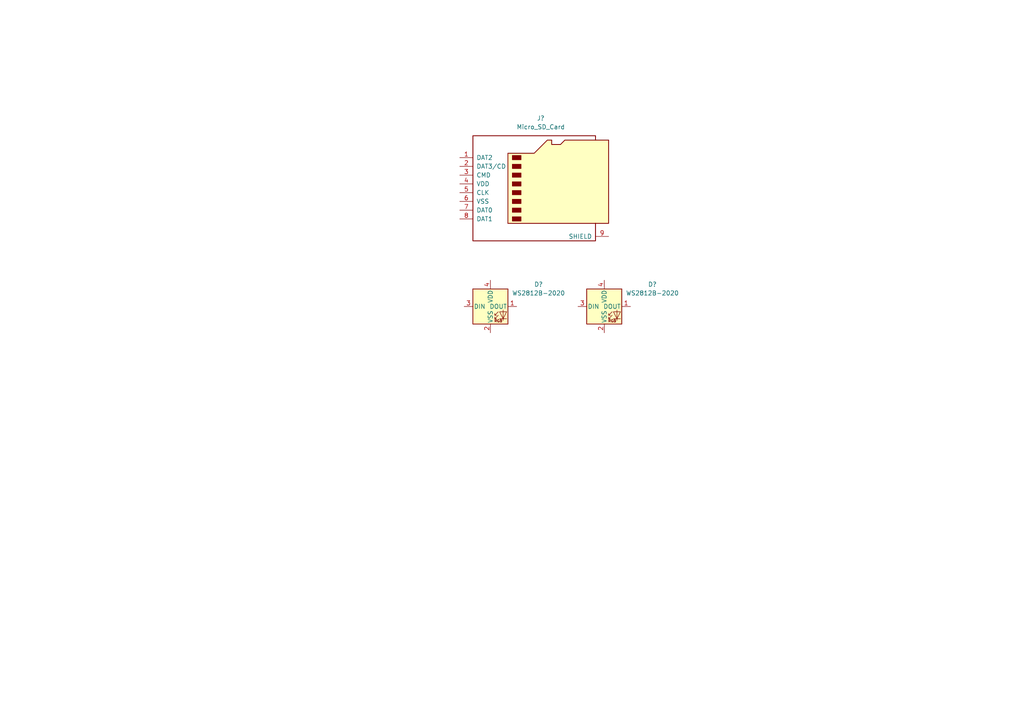
<source format=kicad_sch>
(kicad_sch (version 20250114) (generator "eeschema") (generator_version "9.0")
  (paper "A4")
  (lib_symbols
    (symbol "Connector:Micro_SD_Card" (pin_names (offset 1.016))
      (property "Reference" "J" (at -16.51 15.24 0))
      (property "Value" "Micro_SD_Card" (at 16.51 15.24 0))
      (symbol "Micro_SD_Card_0_1"
        (polyline (pts (xy -8.89 -11.43) (xy -8.89 8.89) (xy -1.27 8.89) (xy 2.54 12.7) (xy 3.81 12.7) (xy 3.81 11.43) (xy 6.35 11.43) (xy 7.62 12.7) (xy 20.32 12.7) (xy 20.32 -11.43) (xy -8.89 -11.43)) (stroke (width 0.254)) (fill (type background)))
        (rectangle (start -7.62 8.255) (end -5.08 6.985) (fill (type outline)))
        (rectangle (start -7.62 5.715) (end -5.08 4.445) (fill (type outline)))
        (rectangle (start -7.62 3.175) (end -5.08 1.905) (fill (type outline)))
        (rectangle (start -7.62 0.635) (end -5.08 -0.635) (fill (type outline)))
        (rectangle (start -7.62 -1.905) (end -5.08 -3.175) (fill (type outline)))
        (rectangle (start -7.62 -4.445) (end -5.08 -5.715) (fill (type outline)))
        (rectangle (start -7.62 -6.985) (end -5.08 -8.255) (fill (type outline)))
        (rectangle (start -7.62 -9.525) (end -5.08 -10.795) (fill (type outline)))
        (polyline (pts (xy 16.51 12.7) (xy 16.51 13.97) (xy -19.05 13.97) (xy -19.05 -16.51) (xy 16.51 -16.51) (xy 16.51 -11.43)) (stroke (width 0.254)))
      )
      (symbol "Micro_SD_Card_1_1"
        (pin bidirectional line (at -22.86 7.62 0) (length 3.81) (name "DAT2") (number "1"))
        (pin bidirectional line (at -22.86 5.08 0) (length 3.81) (name "DAT3/CD") (number "2"))
        (pin input line (at -22.86 2.54 0) (length 3.81) (name "CMD") (number "3"))
        (pin power_in line (at -22.86 0 0) (length 3.81) (name "VDD") (number "4"))
        (pin input line (at -22.86 -2.54 0) (length 3.81) (name "CLK") (number "5"))
        (pin power_in line (at -22.86 -5.08 0) (length 3.81) (name "VSS") (number "6"))
        (pin bidirectional line (at -22.86 -7.62 0) (length 3.81) (name "DAT0") (number "7"))
        (pin bidirectional line (at -22.86 -10.16 0) (length 3.81) (name "DAT1") (number "8"))
        (pin passive line (at 20.32 -15.24 180) (length 3.81) (name "SHIELD") (number "9"))
      )
    )
    (symbol "LED:WS2812B-2020" (pin_names (offset 0.254))
      (property "Reference" "D" (at 5.08 5.715 0))
      (property "Value" "WS2812B-2020" (at 1.27 -5.715 0))
      (symbol "WS2812B-2020_0_0"
        (text "RGB" (at 2.286 -4.191 0) (effects (font (size 0.762 0.762))))
      )
      (symbol "WS2812B-2020_0_1"
        (polyline (pts (xy 1.27 -2.54) (xy 1.778 -2.54)))
        (polyline (pts (xy 1.27 -3.556) (xy 1.778 -3.556)))
        (polyline (pts (xy 2.286 -1.524) (xy 1.27 -2.54) (xy 1.27 -2.032)))
        (polyline (pts (xy 2.286 -2.54) (xy 1.27 -3.556) (xy 1.27 -3.048)))
        (polyline (pts (xy 3.683 -1.016) (xy 3.683 -3.556) (xy 3.683 -4.064)))
        (polyline (pts (xy 4.699 -1.524) (xy 2.667 -1.524) (xy 3.683 -3.556) (xy 4.699 -1.524)))
        (polyline (pts (xy 4.699 -3.556) (xy 2.667 -3.556)))
        (rectangle (start 5.08 5.08) (end -5.08 -5.08) (stroke (width 0.254)) (fill (type background)))
      )
      (symbol "WS2812B-2020_1_1"
        (pin input line (at -7.62 0 0) (length 2.54) (name "DIN") (number "3"))
        (pin power_in line (at 0 7.62 270) (length 2.54) (name "VDD") (number "4"))
        (pin power_in line (at 0 -7.62 90) (length 2.54) (name "VSS") (number "2"))
        (pin output line (at 7.62 0 180) (length 2.54) (name "DOUT") (number "1"))
      )
    )
  )
  (symbol (lib_id "LED:WS2812B-2020") (at 175.26 88.9 0) (unit 1)
    (property "Reference" "D?" (at 189.23 82.4798 0))
    (property "Value" "WS2812B-2020" (at 189.23 85.0198 0))
    (property "Footprint" "LED_SMD:LED_WS2812B-2020_PLCC4_2.0x2.0mm" (effects (hide yes)))
    (property "Datasheet" "https://cdn-shop.adafruit.com/product-files/4684/4684_WS2812B-2020_V1.3_EN.pdf" (effects (hide yes)))
    (property "Description" "RGB LED with integrated controller, 2.0 x 2.0 mm, 12 mA" (effects (hide yes)))
  )
  (symbol (lib_id "LED:WS2812B-2020") (at 142.24 88.9 0) (unit 1)
    (property "Reference" "D?" (at 156.21 82.4798 0))
    (property "Value" "WS2812B-2020" (at 156.21 85.0198 0))
    (property "Footprint" "LED_SMD:LED_WS2812B-2020_PLCC4_2.0x2.0mm" (effects (hide yes)))
    (property "Datasheet" "https://cdn-shop.adafruit.com/product-files/4684/4684_WS2812B-2020_V1.3_EN.pdf" (effects (hide yes)))
    (property "Description" "RGB LED with integrated controller, 2.0 x 2.0 mm, 12 mA" (effects (hide yes)))
  )
  (symbol (lib_id "Connector:Micro_SD_Card") (at 156.21 53.34 0) (unit 1)
    (property "Reference" "J?" (at 156.845 34.29 0))
    (property "Value" "Micro_SD_Card" (at 156.845 36.83 0))
    (property "Datasheet" "https://www.we-online.com/components/products/datasheet/693072010801.pdf" (effects (hide yes)))
    (property "Description" "Micro SD Card Socket" (effects (hide yes)))
  )
)
</source>
